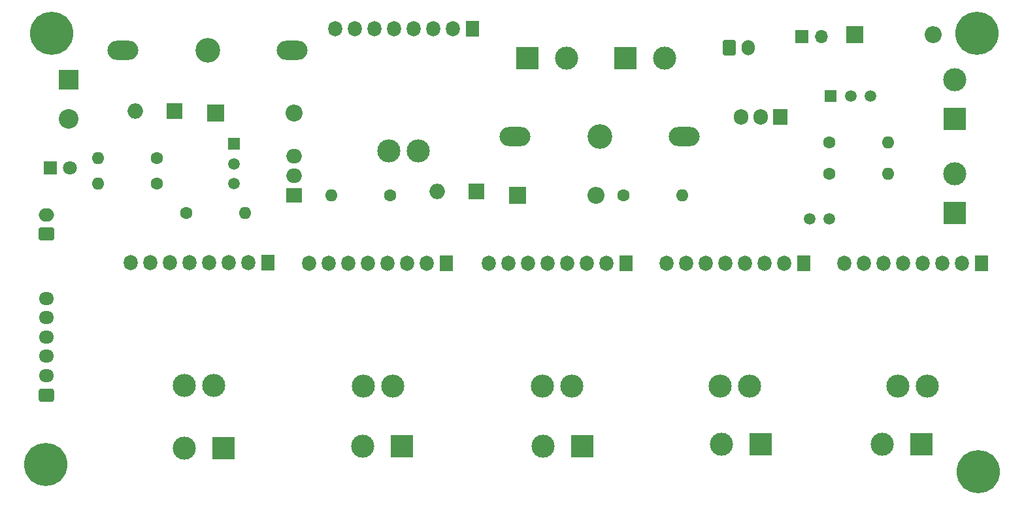
<source format=gts>
G04 #@! TF.GenerationSoftware,KiCad,Pcbnew,(6.0.5)*
G04 #@! TF.CreationDate,2022-09-15T17:34:15+02:00*
G04 #@! TF.ProjectId,charge_pcb,63686172-6765-45f7-9063-622e6b696361,rev?*
G04 #@! TF.SameCoordinates,Original*
G04 #@! TF.FileFunction,Soldermask,Top*
G04 #@! TF.FilePolarity,Negative*
%FSLAX46Y46*%
G04 Gerber Fmt 4.6, Leading zero omitted, Abs format (unit mm)*
G04 Created by KiCad (PCBNEW (6.0.5)) date 2022-09-15 17:34:15*
%MOMM*%
%LPD*%
G01*
G04 APERTURE LIST*
G04 Aperture macros list*
%AMRoundRect*
0 Rectangle with rounded corners*
0 $1 Rounding radius*
0 $2 $3 $4 $5 $6 $7 $8 $9 X,Y pos of 4 corners*
0 Add a 4 corners polygon primitive as box body*
4,1,4,$2,$3,$4,$5,$6,$7,$8,$9,$2,$3,0*
0 Add four circle primitives for the rounded corners*
1,1,$1+$1,$2,$3*
1,1,$1+$1,$4,$5*
1,1,$1+$1,$6,$7*
1,1,$1+$1,$8,$9*
0 Add four rect primitives between the rounded corners*
20,1,$1+$1,$2,$3,$4,$5,0*
20,1,$1+$1,$4,$5,$6,$7,0*
20,1,$1+$1,$6,$7,$8,$9,0*
20,1,$1+$1,$8,$9,$2,$3,0*%
G04 Aperture macros list end*
%ADD10R,2.540000X2.540000*%
%ADD11C,2.540000*%
%ADD12C,1.501140*%
%ADD13R,2.000000X2.000000*%
%ADD14O,2.000000X2.000000*%
%ADD15O,4.000500X2.499360*%
%ADD16C,3.200000*%
%ADD17R,3.000000X3.000000*%
%ADD18C,3.000000*%
%ADD19R,1.500000X1.500000*%
%ADD20C,1.500000*%
%ADD21C,1.600000*%
%ADD22O,1.600000X1.600000*%
%ADD23C,5.600000*%
%ADD24C,3.600000*%
%ADD25R,1.905000X2.000000*%
%ADD26O,1.905000X2.000000*%
%ADD27R,2.000000X1.905000*%
%ADD28O,2.000000X1.905000*%
%ADD29RoundRect,0.250000X0.725000X-0.600000X0.725000X0.600000X-0.725000X0.600000X-0.725000X-0.600000X0*%
%ADD30O,1.950000X1.700000*%
%ADD31RoundRect,0.250000X0.750000X-0.600000X0.750000X0.600000X-0.750000X0.600000X-0.750000X-0.600000X0*%
%ADD32O,2.000000X1.700000*%
%ADD33RoundRect,0.250000X-0.600000X-0.750000X0.600000X-0.750000X0.600000X0.750000X-0.600000X0.750000X0*%
%ADD34O,1.700000X2.000000*%
%ADD35R,1.800000X2.000000*%
%ADD36O,1.800000X2.000000*%
%ADD37O,3.000000X3.000000*%
%ADD38R,2.200000X2.200000*%
%ADD39O,2.200000X2.200000*%
%ADD40R,1.700000X1.700000*%
%ADD41O,1.700000X1.700000*%
%ADD42R,1.800000X1.800000*%
%ADD43C,1.800000*%
G04 APERTURE END LIST*
D10*
X91440000Y-70866000D03*
D11*
X91440000Y-75946000D03*
D12*
X187452000Y-88900000D03*
X189992000Y-88900000D03*
D13*
X105156000Y-75001000D03*
D14*
X100076000Y-75001000D03*
D15*
X98473260Y-67056000D03*
X120474740Y-67056000D03*
D16*
X109474000Y-67056000D03*
D15*
X171274740Y-78232000D03*
X149273260Y-78232000D03*
D16*
X160274000Y-78232000D03*
D17*
X111530000Y-118618000D03*
D18*
X106450000Y-118618000D03*
D19*
X112909000Y-79188000D03*
D20*
X112909000Y-81788000D03*
X112909000Y-84388000D03*
D19*
X190186000Y-73019000D03*
D20*
X192786000Y-73019000D03*
X195386000Y-73019000D03*
D21*
X102870000Y-84328000D03*
D22*
X95250000Y-84328000D03*
D21*
X133096000Y-85852000D03*
D22*
X125476000Y-85852000D03*
D21*
X189992000Y-83058000D03*
D22*
X197612000Y-83058000D03*
D21*
X189992000Y-78994000D03*
D22*
X197612000Y-78994000D03*
D23*
X89289000Y-64897000D03*
D24*
X89289000Y-64897000D03*
X209169000Y-64897000D03*
D23*
X209169000Y-64897000D03*
D24*
X209296000Y-121666000D03*
D23*
X209296000Y-121666000D03*
X88550000Y-120780000D03*
D24*
X88550000Y-120780000D03*
D17*
X181102000Y-118110000D03*
D18*
X176022000Y-118110000D03*
D25*
X183642000Y-75692000D03*
D26*
X181102000Y-75692000D03*
X178562000Y-75692000D03*
D27*
X120650000Y-85852000D03*
D28*
X120650000Y-83312000D03*
X120650000Y-80772000D03*
D29*
X88629000Y-111760000D03*
D30*
X88629000Y-109260000D03*
X88629000Y-106760000D03*
X88629000Y-104260000D03*
X88629000Y-101760000D03*
X88629000Y-99260000D03*
D17*
X134620000Y-118364000D03*
D18*
X129540000Y-118364000D03*
D17*
X150876000Y-68072000D03*
D18*
X155956000Y-68072000D03*
D31*
X88629000Y-90912000D03*
D32*
X88629000Y-88412000D03*
D17*
X163650000Y-68072000D03*
D18*
X168730000Y-68072000D03*
D17*
X157988000Y-118364000D03*
D18*
X152908000Y-118364000D03*
D33*
X177058000Y-66785000D03*
D34*
X179558000Y-66785000D03*
D17*
X201930000Y-118110000D03*
D18*
X196850000Y-118110000D03*
D17*
X206248000Y-75946000D03*
D18*
X206248000Y-70866000D03*
D17*
X206248000Y-88138000D03*
D18*
X206248000Y-83058000D03*
D35*
X140450000Y-94700000D03*
D36*
X137910000Y-94700000D03*
X135370000Y-94700000D03*
X132830000Y-94700000D03*
X130290000Y-94700000D03*
X127750000Y-94700000D03*
X125210000Y-94700000D03*
X122670000Y-94700000D03*
D37*
X133465000Y-110575000D03*
X129655000Y-110575000D03*
D35*
X143764000Y-64262000D03*
D36*
X141224000Y-64262000D03*
X138684000Y-64262000D03*
X136144000Y-64262000D03*
X133604000Y-64262000D03*
X131064000Y-64262000D03*
X128524000Y-64262000D03*
X125984000Y-64262000D03*
D37*
X136779000Y-80137000D03*
X132969000Y-80137000D03*
D35*
X163680000Y-94700000D03*
D36*
X161140000Y-94700000D03*
X158600000Y-94700000D03*
X156060000Y-94700000D03*
X153520000Y-94700000D03*
X150980000Y-94700000D03*
X148440000Y-94700000D03*
X145900000Y-94700000D03*
D37*
X156695000Y-110575000D03*
X152885000Y-110575000D03*
D35*
X186720000Y-94700000D03*
D36*
X184180000Y-94700000D03*
X181640000Y-94700000D03*
X179100000Y-94700000D03*
X176560000Y-94700000D03*
X174020000Y-94700000D03*
X171480000Y-94700000D03*
X168940000Y-94700000D03*
D37*
X179735000Y-110575000D03*
X175925000Y-110575000D03*
D35*
X209750000Y-94700000D03*
D36*
X207210000Y-94700000D03*
X204670000Y-94700000D03*
X202130000Y-94700000D03*
X199590000Y-94700000D03*
X197050000Y-94700000D03*
X194510000Y-94700000D03*
X191970000Y-94700000D03*
D37*
X202765000Y-110575000D03*
X198955000Y-110575000D03*
D21*
X163322000Y-85852000D03*
D22*
X170942000Y-85852000D03*
D21*
X102870000Y-81026000D03*
D22*
X95250000Y-81026000D03*
D38*
X193294000Y-65024000D03*
D39*
X203454000Y-65024000D03*
D40*
X186436000Y-65278000D03*
D41*
X188976000Y-65278000D03*
D13*
X144272000Y-85415000D03*
D14*
X139192000Y-85415000D03*
D35*
X117280000Y-94620000D03*
D36*
X114740000Y-94620000D03*
X112200000Y-94620000D03*
X109660000Y-94620000D03*
X107120000Y-94620000D03*
X104580000Y-94620000D03*
X102040000Y-94620000D03*
X99500000Y-94620000D03*
D37*
X110295000Y-110495000D03*
X106485000Y-110495000D03*
D38*
X110490000Y-75184000D03*
D39*
X120650000Y-75184000D03*
D21*
X106680000Y-88138000D03*
D22*
X114300000Y-88138000D03*
D38*
X149606000Y-85852000D03*
D39*
X159766000Y-85852000D03*
D42*
X89149000Y-82296000D03*
D43*
X91689000Y-82296000D03*
M02*

</source>
